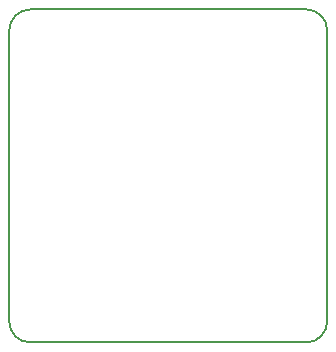
<source format=gbr>
G04 #@! TF.GenerationSoftware,KiCad,Pcbnew,(5.0.0)*
G04 #@! TF.CreationDate,2019-01-08T20:03:17-05:00*
G04 #@! TF.ProjectId,Headphone Breakout,4865616470686F6E6520427265616B6F,rev?*
G04 #@! TF.SameCoordinates,Original*
G04 #@! TF.FileFunction,Profile,NP*
%FSLAX46Y46*%
G04 Gerber Fmt 4.6, Leading zero omitted, Abs format (unit mm)*
G04 Created by KiCad (PCBNEW (5.0.0)) date 01/08/19 20:03:17*
%MOMM*%
%LPD*%
G01*
G04 APERTURE LIST*
%ADD10C,0.150000*%
%ADD11C,0.200000*%
G04 APERTURE END LIST*
D10*
X142748000Y-77724000D02*
G75*
G02X144526000Y-79502000I0J-1778000D01*
G01*
X144526000Y-104140000D02*
G75*
G02X142748000Y-105918000I-1778000J0D01*
G01*
X119380000Y-105918000D02*
G75*
G02X117602000Y-104140000I0J1778000D01*
G01*
X117602000Y-79502000D02*
G75*
G02X119380000Y-77724000I1778000J0D01*
G01*
D11*
X142748000Y-77724000D02*
X119380000Y-77724000D01*
X144526000Y-104140000D02*
X144526000Y-79502000D01*
X119380000Y-105918000D02*
X142748000Y-105918000D01*
X117602000Y-79502000D02*
X117602000Y-104140000D01*
M02*

</source>
